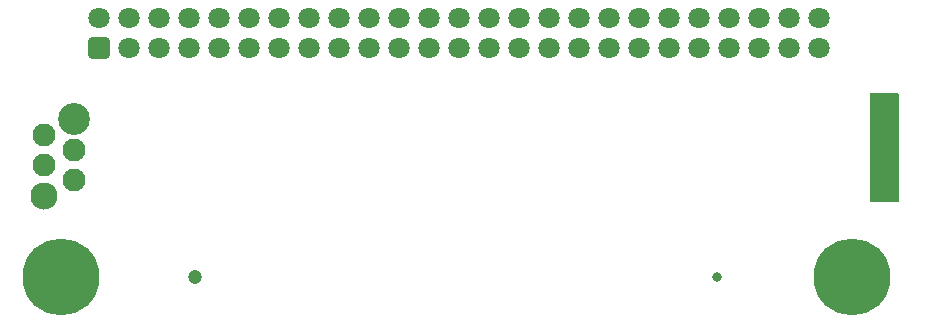
<source format=gbs>
G04 #@! TF.GenerationSoftware,KiCad,Pcbnew,8.0.6*
G04 #@! TF.CreationDate,2024-11-07T02:26:50-08:00*
G04 #@! TF.ProjectId,hvd-50-idc,6876642d-3530-42d6-9964-632e6b696361,1*
G04 #@! TF.SameCoordinates,Original*
G04 #@! TF.FileFunction,Soldermask,Bot*
G04 #@! TF.FilePolarity,Negative*
%FSLAX46Y46*%
G04 Gerber Fmt 4.6, Leading zero omitted, Abs format (unit mm)*
G04 Created by KiCad (PCBNEW 8.0.6) date 2024-11-07 02:26:50*
%MOMM*%
%LPD*%
G01*
G04 APERTURE LIST*
G04 Aperture macros list*
%AMRoundRect*
0 Rectangle with rounded corners*
0 $1 Rounding radius*
0 $2 $3 $4 $5 $6 $7 $8 $9 X,Y pos of 4 corners*
0 Add a 4 corners polygon primitive as box body*
4,1,4,$2,$3,$4,$5,$6,$7,$8,$9,$2,$3,0*
0 Add four circle primitives for the rounded corners*
1,1,$1+$1,$2,$3*
1,1,$1+$1,$4,$5*
1,1,$1+$1,$6,$7*
1,1,$1+$1,$8,$9*
0 Add four rect primitives between the rounded corners*
20,1,$1+$1,$2,$3,$4,$5,0*
20,1,$1+$1,$4,$5,$6,$7,0*
20,1,$1+$1,$6,$7,$8,$9,0*
20,1,$1+$1,$8,$9,$2,$3,0*%
G04 Aperture macros list end*
%ADD10C,0.800000*%
%ADD11C,1.200000*%
%ADD12C,6.500000*%
%ADD13C,2.300000*%
%ADD14C,2.700000*%
%ADD15C,1.950000*%
%ADD16RoundRect,0.264706X0.635294X-0.635294X0.635294X0.635294X-0.635294X0.635294X-0.635294X-0.635294X0*%
%ADD17C,1.800000*%
G04 APERTURE END LIST*
D10*
G04 #@! TO.C,J1*
X-15400000Y4000000D03*
D11*
X-59600000Y4000000D03*
G04 #@! TD*
D12*
G04 #@! TO.C,H4*
X-4000000Y4000000D03*
G04 #@! TD*
D13*
G04 #@! TO.C,J3*
X-72440000Y10870000D03*
D14*
X-69900000Y17340000D03*
D15*
X-72440000Y16010000D03*
X-69900000Y14740000D03*
X-72440000Y13470000D03*
X-69900000Y12200000D03*
G04 #@! TD*
D12*
G04 #@! TO.C,H3*
X-71000000Y4000000D03*
G04 #@! TD*
D16*
G04 #@! TO.C,J2*
X-67760000Y23360000D03*
D17*
X-67760000Y25900000D03*
X-65220000Y23360000D03*
X-65220000Y25900000D03*
X-62680000Y23360000D03*
X-62680000Y25900000D03*
X-60140000Y23360000D03*
X-60140000Y25900000D03*
X-57600000Y23360000D03*
X-57600000Y25900000D03*
X-55060000Y23360000D03*
X-55060000Y25900000D03*
X-52520000Y23360000D03*
X-52520000Y25900000D03*
X-49980000Y23360000D03*
X-49980000Y25900000D03*
X-47440000Y23360000D03*
X-47440000Y25900000D03*
X-44900000Y23360000D03*
X-44900000Y25900000D03*
X-42360000Y23360000D03*
X-42360000Y25900000D03*
X-39820000Y23360000D03*
X-39820000Y25900000D03*
X-37280000Y23360000D03*
X-37280000Y25900000D03*
X-34740000Y23360000D03*
X-34740000Y25900000D03*
X-32200000Y23360000D03*
X-32200000Y25900000D03*
X-29660000Y23360000D03*
X-29660000Y25900000D03*
X-27120000Y23360000D03*
X-27120000Y25900000D03*
X-24580000Y23360000D03*
X-24580000Y25900000D03*
X-22040000Y23360000D03*
X-22040000Y25900000D03*
X-19500000Y23360000D03*
X-19500000Y25900000D03*
X-16960000Y23360000D03*
X-16960000Y25900000D03*
X-14420000Y23360000D03*
X-14420000Y25900000D03*
X-11880000Y23360000D03*
X-11880000Y25900000D03*
X-9340000Y23360000D03*
X-9340000Y25900000D03*
X-6800000Y23360000D03*
X-6800000Y25900000D03*
G04 #@! TD*
G36*
X-56961Y19530315D02*
G01*
X-11206Y19477511D01*
X0Y19426000D01*
X0Y10474000D01*
X-19685Y10406961D01*
X-72489Y10361206D01*
X-124000Y10350000D01*
X-2376000Y10350000D01*
X-2443039Y10369685D01*
X-2488794Y10422489D01*
X-2500000Y10474000D01*
X-2500000Y19426000D01*
X-2480315Y19493039D01*
X-2427511Y19538794D01*
X-2376000Y19550000D01*
X-124000Y19550000D01*
X-56961Y19530315D01*
G37*
M02*

</source>
